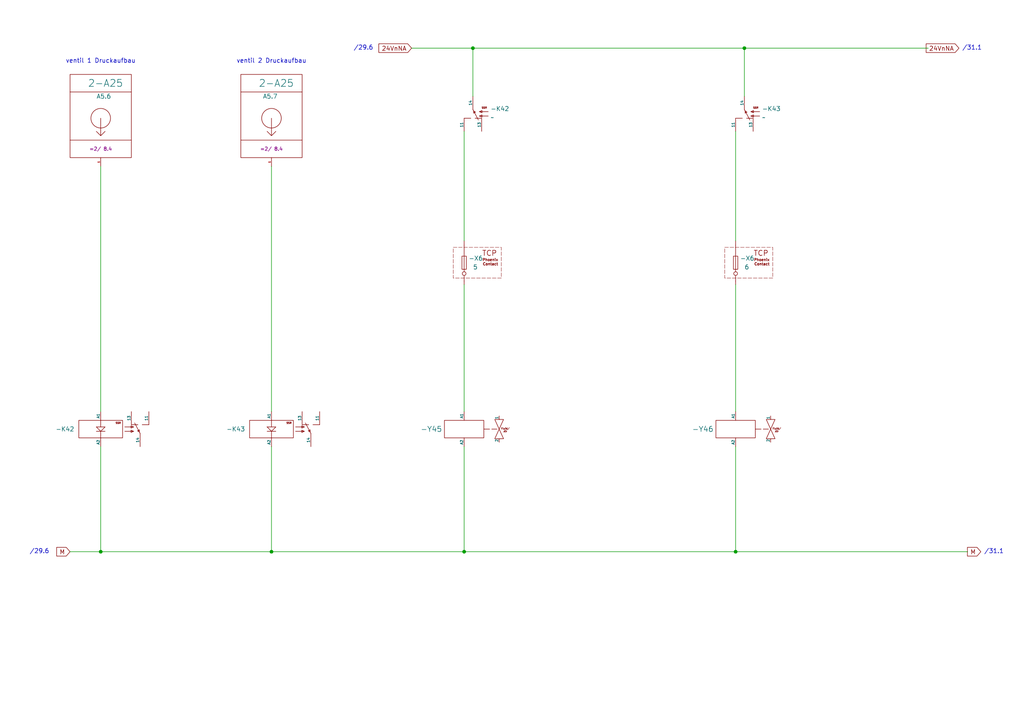
<source format=kicad_sch>
(kicad_sch (version 20250114) (generator "eeschema") (generator_version "9.0")
  (paper "A4")
  (title_block (comment 4 "15"))
  (lib_symbols
    (symbol "TCP_(X)_1" (pin_numbers (hide yes)) (pin_names (offset 0) (hide yes))
      (property "Reference" "-X" (at -9.398 7.366 0))
      (symbol "TCP_(X)_1_0_1"
        (polyline (pts (xy -3.81 -5.334) (xy -3.81 -3.81)))
      )
      (symbol "TCP_(X)_1_1_1"
        (rectangle (start -6.985 4.445) (end 6.985 -4.445) (stroke (width 0.1016) (type dash)))
        (rectangle (start -4.445 1.905) (end -3.175 -1.905))
        (circle (center -3.8101 -3.155) (radius 0.5341))
        (polyline (pts (xy -3.81 5.08) (xy -3.81 -2.54)))
        (text "TCP" (at 3.556 2.794 0) (effects (font (size 1.524 1.524))))
        (text "Phoenix\nContact" (at 6.096 0.254 0) (effects (font (size 0.762 0.762)) (justify right)))
        (pin passive line (at -3.81 6.35 270) (length 1.27) (name "") (number ""))
        (pin passive line (at -3.81 -6.35 90) (length 1.016) (name ".") (number ""))
      )
    )
    (symbol "lomix-industrietechnik-wasserhydraulik:Ventil_(Y)" (pin_numbers (hide yes)) (pin_names (offset 0))
      (property "Reference" "-Y" (at -8.636 4.064 0))
      (symbol "Ventil_(Y)_0_1"
        (rectangle (start -5.715 2.54) (end 5.715 -2.54))
      )
      (symbol "Ventil_(Y)_1_1"
        (polyline (pts (xy 5.715 0) (xy 9.525 0)) (stroke (width 0) (type dash)))
        (polyline (pts (xy 10.16 0) (xy 8.8899 -2.7939) (xy 11.4299 -2.7939) (xy 10.16 0) (xy 8.89 2.794) (xy 11.43 2.794) (xy 10.16 0)))
        (text "Fluid/\nAir" (at 11.938 -0.254 0) (effects (font (size 0.508 0.508))))
        (pin passive line (at 0 5.08 270) (length 2.54) (name "A1") (number "A1"))
        (pin passive line (at 0 -5.08 90) (length 2.54) (name "A2") (number "A2"))
        (pin passive line (at 10.16 3.81 270) (length 1.016) (name "1") (number "1"))
        (pin passive line (at 10.16 -3.81 90) (length 1.016) (name "2") (number "2"))
      )
    )
    (symbol "standart:PLC_OUT_(A)" (on_board no)
      (property "Reference" "-A" (at -6.35 10.16 0))
      (property "Target" "=Gruppe/ Seite.Pfad" (at 0 -8.89 0))
      (symbol "PLC_OUT_(A)_0_1"
        (rectangle (start -8.89 12.7) (end 8.89 -11.43))
        (polyline (pts (xy -8.89 7.62) (xy 8.89 7.62)))
        (polyline (pts (xy -8.89 -6.35) (xy 8.89 -6.35)))
        (polyline (pts (xy 0 0) (xy 0 -5.08) (xy 1.27 -3.81) (xy 0 -5.08) (xy -1.27 -3.81)))
        (circle (center 0 0) (radius 2.8398))
      )
      (symbol "PLC_OUT_(A)_1_1"
        (pin output line (at 0 -13.97 90) (length 2.54) (name "") (number "1"))
      )
    )
    (symbol "standart:Relais_(K)_PLC_13-14" (pin_numbers (hide yes)) (pin_names (offset 0))
      (property "Reference" "-K" (at -8.89 5.588 0))
      (symbol "Relais_(K)_PLC_13-14_0_1"
        (polyline (pts (xy -4.445 0.635) (xy -1.905 0.635)))
        (polyline (pts (xy -4.445 -0.635) (xy -1.905 -0.635)))
        (polyline (pts (xy -2.54 1.27) (xy -0.635 1.27)))
        (polyline (pts (xy 0 1.27) (xy 0 1.27)))
        (polyline (pts (xy 0 -1.27) (xy -1.5826 1.7804)))
        (polyline (pts (xy 2.54 1.27) (xy 0.596 1.27)))
      )
      (symbol "Relais_(K)_PLC_13-14_1_1"
        (polyline (pts (xy -1.905 0.635) (xy -2.6445 0.9803) (xy -2.6459 0.2881) (xy -1.905 0.635)) (fill (type color)))
        (polyline (pts (xy -1.905 -0.635) (xy -2.6445 -0.2897) (xy -2.6459 -0.9819) (xy -1.905 -0.635)) (fill (type color)))
        (polyline (pts (xy -0.2186 -0.8329) (xy -0.2186 -0.1979) (xy -0.765 -0.4941) (xy -0.2186 -0.8329)) (fill (type color)))
        (text "SSR" (at -3.302 -1.778 0) (effects (font (size 0.508 0.508))))
        (pin passive line (at -2.54 5.08 270) (length 3.81) (name "13") (number "13"))
        (pin passive line (at 0 -5.08 90) (length 3.81) (name "14") (number "14"))
        (pin passive line (at 2.54 5.08 270) (length 3.81) (name "11") (number "11"))
      )
    )
    (symbol "standart:Relais_(K)_PLC_A1-A2+13-14" (pin_numbers (hide yes)) (pin_names (offset 0))
      (property "Reference" "-K" (at -8.89 5.334 0))
      (symbol "Relais_(K)_PLC_A1-A2+13-14_0_1"
        (rectangle (start -6.35 2.54) (end 6.35 -2.54))
        (polyline (pts (xy 6.985 0.635) (xy 9.525 0.635)))
        (polyline (pts (xy 6.985 -0.635) (xy 9.525 -0.635)))
        (polyline (pts (xy 8.89 1.27) (xy 10.795 1.27)))
        (polyline (pts (xy 11.43 1.27) (xy 11.43 1.27)))
        (polyline (pts (xy 11.43 -1.27) (xy 9.8474 1.7804)))
        (polyline (pts (xy 13.97 1.27) (xy 12.026 1.27)))
      )
      (symbol "Relais_(K)_PLC_A1-A2+13-14_1_1"
        (polyline (pts (xy -1.27 0.635) (xy 1.27 0.635) (xy 0 -0.635) (xy -1.27 0.635)))
        (polyline (pts (xy -1.27 -0.635) (xy 1.27 -0.635)))
        (polyline (pts (xy 0 0.635) (xy 0 2.54)))
        (polyline (pts (xy 0 -2.54) (xy 0 -0.635)))
        (polyline (pts (xy 9.525 0.635) (xy 8.7855 0.9803) (xy 8.7841 0.2881) (xy 9.525 0.635)) (fill (type color)))
        (polyline (pts (xy 9.525 -0.635) (xy 8.7855 -0.2897) (xy 8.7841 -0.9819) (xy 9.525 -0.635)) (fill (type color)))
        (polyline (pts (xy 11.2114 -0.8329) (xy 11.2114 -0.1979) (xy 10.665 -0.4941) (xy 11.2114 -0.8329)) (fill (type color)))
        (text "SSR" (at 5.08 1.778 0) (effects (font (size 0.508 0.508))))
        (pin passive line (at 0 5.08 270) (length 2.54) (name "A1") (number "A1"))
        (pin passive line (at 0 -5.08 90) (length 2.54) (name "A2") (number "A2"))
        (pin passive line (at 8.89 5.08 270) (length 3.81) (name "13") (number "13"))
        (pin passive line (at 11.43 -5.08 90) (length 3.81) (name "14") (number "14"))
        (pin passive line (at 13.97 5.08 270) (length 3.81) (name "11") (number "11"))
      )
    )
    (symbol "standart:TCP_(X)" (pin_numbers (hide yes)) (pin_names (offset 0) (hide yes))
      (property "Reference" "-X" (at -9.398 7.366 0))
      (symbol "TCP_(X)_0_1"
        (polyline (pts (xy -3.81 -5.334) (xy -3.81 -3.81)))
      )
      (symbol "TCP_(X)_1_1"
        (rectangle (start -6.985 4.445) (end 6.985 -4.445) (stroke (width 0.1016) (type dash)))
        (rectangle (start -4.445 1.905) (end -3.175 -1.905))
        (circle (center -3.8101 -3.155) (radius 0.5341))
        (polyline (pts (xy -3.81 5.08) (xy -3.81 -2.54)))
        (text "TCP" (at 3.556 2.794 0) (effects (font (size 1.524 1.524))))
        (text "Phoenix\nContact" (at 6.096 0.254 0) (effects (font (size 0.762 0.762)) (justify right)))
        (pin passive line (at -3.81 6.35 270) (length 1.27) (name "") (number ""))
        (pin passive line (at -3.81 -6.35 90) (length 1.016) (name ".") (number ""))
      )
    )
  )
  (text "ventil 1 Druckaufbau" (at 29.21 17.78 0) (effects (font (size 1.27 1.27))))
  (text "/29.6" (at 105.41 13.97 0) (effects (font (size 1.27 1.27))))
  (text "ventil 2 Druckaufbau" (at 78.74 17.78 0) (effects (font (size 1.27 1.27))))
  (text "/29.6" (at 11.43 160.02 0) (effects (font (size 1.27 1.27))))
  (text "/31.1" (at 288.29 160.02 0) (effects (font (size 1.27 1.27))))
  (text "/31.1" (at 281.94 13.97 0) (effects (font (size 1.27 1.27))))
  (junction (at 137.16 13.97))
  (junction (at 134.62 160.02))
  (junction (at 213.36 160.02))
  (junction (at 215.9 13.97))
  (junction (at 29.21 160.02))
  (junction (at 78.74 160.02))
  (wire (pts (xy 29.21 48.26) (xy 29.21 119.38)))
  (wire (pts (xy 137.16 13.97) (xy 215.9 13.97)))
  (wire (pts (xy 29.21 160.02) (xy 78.74 160.02)))
  (wire (pts (xy 215.9 13.97) (xy 215.9 27.94)))
  (wire (pts (xy 137.16 13.97) (xy 137.16 27.94)))
  (wire (pts (xy 78.74 129.54) (xy 78.74 160.02)))
  (wire (pts (xy 29.21 129.54) (xy 29.21 160.02)))
  (wire (pts (xy 134.62 129.54) (xy 134.62 160.02)))
  (wire (pts (xy 134.62 38.1) (xy 134.62 69.85)))
  (wire (pts (xy 134.62 160.02) (xy 213.36 160.02)))
  (wire (pts (xy 78.74 160.02) (xy 134.62 160.02)))
  (wire (pts (xy 134.62 82.55) (xy 134.62 119.38)))
  (wire (pts (xy 215.9 13.97) (xy 269.24 13.97)))
  (wire (pts (xy 119.38 13.97) (xy 137.16 13.97)))
  (wire (pts (xy 213.36 160.02) (xy 280.67 160.02)))
  (wire (pts (xy 213.36 82.55) (xy 213.36 119.38)))
  (wire (pts (xy 20.32 160.02) (xy 29.21 160.02)))
  (wire (pts (xy 78.74 48.26) (xy 78.74 119.38)))
  (wire (pts (xy 213.36 129.54) (xy 213.36 160.02)))
  (wire (pts (xy 213.36 38.1) (xy 213.36 69.85)))
  (global_label "24VnNA" (shape input) (at 119.38 13.97 180) (property "Intersheetrefs" "${INTERSHEET_REFS}" (effects (hide yes))))
  (global_label "M" (shape input) (at 284.48 160.02 180) (property "Intersheetrefs" "${INTERSHEET_REFS}" (effects (hide yes))))
  (global_label "24VnNA" (shape input) (at 278.13 13.97 180) (property "Intersheetrefs" "${INTERSHEET_REFS}" (effects (hide yes))))
  (global_label "M" (shape input) (at 20.32 160.02 180) (property "Intersheetrefs" "${INTERSHEET_REFS}" (effects (hide yes))))
  (symbol (lib_id "standart:PLC_OUT_(A)") (at 29.21 34.29 0) (unit 1) (on_board no)
    (property "Reference" "2-A25" (at 25.4 24.13 0) (effects (font (size 2.032 2.032)) (justify left)))
    (property "Value" "A5.6" (at 27.94 27.94 0) (effects (justify left)))
    (property "Target" "=2/ 8.4" (at 29.21 43.18 0) (effects (font (size 1.016 1.016))))
  )
  (symbol (lib_id "standart:Relais_(K)_PLC_A1-A2+13-14") (at 29.21 124.46 0) (unit 1)
    (property "Reference" "-K42" (at 21.59 124.4599 0) (effects (justify right)))
  )
  (symbol (lib_id "standart:Relais_(K)_PLC_A1-A2+13-14") (at 78.74 124.46 0) (unit 1)
    (property "Reference" "-K43" (at 71.12 124.4599 0) (effects (justify right)))
  )
  (symbol (lib_id "standart:TCP_(X)") (at 138.43 76.2 0) (unit 1)
    (property "Reference" "-X6" (at 135.89 74.93 0) (effects (justify left)))
    (property "Value" "5" (at 137.16 77.47 0) (effects (justify left)))
  )
  (symbol (lib_name "TCP_(X)_1") (lib_id "standart:TCP_(X)") (at 217.17 76.2 0) (unit 1)
    (property "Reference" "-X6" (at 214.63 74.93 0) (effects (justify left)))
    (property "Value" "6" (at 215.9 77.47 0) (effects (justify left)))
  )
  (symbol (lib_id "standart:Relais_(K)_PLC_13-14") (at 215.9 33.02 180) (unit 1)
    (property "Reference" "-K43" (at 220.98 31.5467 0) (effects (justify right)))
    (property "Value" "~" (at 220.98 34.0867 0) (effects (justify right)))
  )
  (symbol (lib_id "lomix-industrietechnik-wasserhydraulik:Ventil_(Y)") (at 213.36 124.46 0) (unit 1)
    (property "Reference" "-Y46" (at 200.66 124.46 0) (effects (font (size 1.524 1.524)) (justify left)))
    (property "Description" "Elektromagnetisches Ventil für Hydraulik und Pneumatik" (effects (hide yes)))
  )
  (symbol (lib_id "lomix-industrietechnik-wasserhydraulik:Ventil_(Y)") (at 134.62 124.46 0) (unit 1)
    (property "Reference" "-Y45" (at 121.92 124.46 0) (effects (font (size 1.524 1.524)) (justify left)))
    (property "Description" "Elektromagnetisches Ventil für Hydraulik und Pneumatik" (effects (hide yes)))
  )
  (symbol (lib_id "standart:Relais_(K)_PLC_13-14") (at 137.16 33.02 180) (unit 1)
    (property "Reference" "-K42" (at 142.24 31.5467 0) (effects (justify right)))
    (property "Value" "~" (at 142.24 34.0867 0) (effects (justify right)))
  )
  (symbol (lib_id "standart:PLC_OUT_(A)") (at 78.74 34.29 0) (unit 1) (on_board no)
    (property "Reference" "2-A25" (at 74.93 24.13 0) (effects (font (size 2.032 2.032)) (justify left)))
    (property "Value" "A5.7" (at 76.2 27.94 0) (effects (justify left)))
    (property "Target" "=2/ 8.4" (at 78.74 43.18 0) (effects (font (size 1.016 1.016))))
  )
)
</source>
